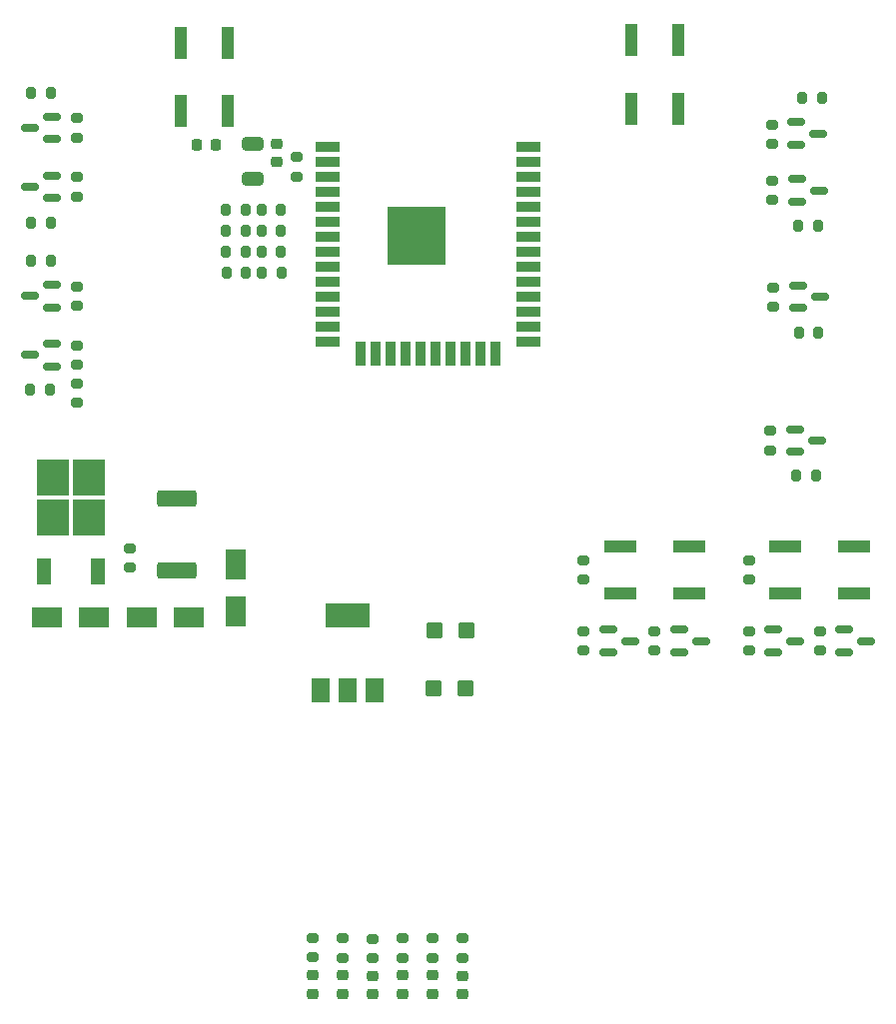
<source format=gtp>
G04 #@! TF.GenerationSoftware,KiCad,Pcbnew,6.0.6-3a73a75311~116~ubuntu22.04.1*
G04 #@! TF.CreationDate,2022-07-02T16:35:34+01:00*
G04 #@! TF.ProjectId,rLab_Door,724c6162-5f44-46f6-9f72-2e6b69636164,rev?*
G04 #@! TF.SameCoordinates,Original*
G04 #@! TF.FileFunction,Paste,Top*
G04 #@! TF.FilePolarity,Positive*
%FSLAX46Y46*%
G04 Gerber Fmt 4.6, Leading zero omitted, Abs format (unit mm)*
G04 Created by KiCad (PCBNEW 6.0.6-3a73a75311~116~ubuntu22.04.1) date 2022-07-02 16:35:34*
%MOMM*%
%LPD*%
G01*
G04 APERTURE LIST*
G04 Aperture macros list*
%AMRoundRect*
0 Rectangle with rounded corners*
0 $1 Rounding radius*
0 $2 $3 $4 $5 $6 $7 $8 $9 X,Y pos of 4 corners*
0 Add a 4 corners polygon primitive as box body*
4,1,4,$2,$3,$4,$5,$6,$7,$8,$9,$2,$3,0*
0 Add four circle primitives for the rounded corners*
1,1,$1+$1,$2,$3*
1,1,$1+$1,$4,$5*
1,1,$1+$1,$6,$7*
1,1,$1+$1,$8,$9*
0 Add four rect primitives between the rounded corners*
20,1,$1+$1,$2,$3,$4,$5,0*
20,1,$1+$1,$4,$5,$6,$7,0*
20,1,$1+$1,$6,$7,$8,$9,0*
20,1,$1+$1,$8,$9,$2,$3,0*%
G04 Aperture macros list end*
%ADD10RoundRect,0.200000X-0.200000X-0.275000X0.200000X-0.275000X0.200000X0.275000X-0.200000X0.275000X0*%
%ADD11RoundRect,0.218750X-0.256250X0.218750X-0.256250X-0.218750X0.256250X-0.218750X0.256250X0.218750X0*%
%ADD12RoundRect,0.200000X0.200000X0.275000X-0.200000X0.275000X-0.200000X-0.275000X0.200000X-0.275000X0*%
%ADD13RoundRect,0.150000X-0.587500X-0.150000X0.587500X-0.150000X0.587500X0.150000X-0.587500X0.150000X0*%
%ADD14RoundRect,0.250000X-0.450000X-0.425000X0.450000X-0.425000X0.450000X0.425000X-0.450000X0.425000X0*%
%ADD15RoundRect,0.200000X0.275000X-0.200000X0.275000X0.200000X-0.275000X0.200000X-0.275000X-0.200000X0*%
%ADD16RoundRect,0.249999X-1.425001X0.450001X-1.425001X-0.450001X1.425001X-0.450001X1.425001X0.450001X0*%
%ADD17RoundRect,0.150000X0.587500X0.150000X-0.587500X0.150000X-0.587500X-0.150000X0.587500X-0.150000X0*%
%ADD18R,1.800000X2.500000*%
%ADD19RoundRect,0.200000X-0.275000X0.200000X-0.275000X-0.200000X0.275000X-0.200000X0.275000X0.200000X0*%
%ADD20RoundRect,0.250000X0.650000X-0.325000X0.650000X0.325000X-0.650000X0.325000X-0.650000X-0.325000X0*%
%ADD21R,2.800000X1.000000*%
%ADD22R,2.750000X3.050000*%
%ADD23R,1.200000X2.200000*%
%ADD24R,2.500000X1.800000*%
%ADD25RoundRect,0.225000X0.225000X0.250000X-0.225000X0.250000X-0.225000X-0.250000X0.225000X-0.250000X0*%
%ADD26R,1.500000X2.000000*%
%ADD27R,3.800000X2.000000*%
%ADD28R,1.000000X2.800000*%
%ADD29R,2.000000X0.900000*%
%ADD30R,0.900000X2.000000*%
%ADD31R,5.000000X5.000000*%
%ADD32RoundRect,0.225000X0.250000X-0.225000X0.250000X0.225000X-0.250000X0.225000X-0.250000X-0.225000X0*%
G04 APERTURE END LIST*
D10*
G04 #@! TO.C,R7*
X82675000Y-67254176D03*
X84325000Y-67254176D03*
G04 #@! TD*
D11*
G04 #@! TO.C,D7*
X99722911Y-130369516D03*
X99722911Y-131944516D03*
G04 #@! TD*
D12*
G04 #@! TO.C,R34*
X64825000Y-66522500D03*
X63175000Y-66522500D03*
G04 #@! TD*
D13*
G04 #@! TO.C,Q3*
X112062500Y-101050000D03*
X112062500Y-102950000D03*
X113937500Y-102000000D03*
G04 #@! TD*
D14*
G04 #@! TO.C,C2*
X97357332Y-101065037D03*
X100057332Y-101065037D03*
G04 #@! TD*
D15*
G04 #@! TO.C,R1*
X67000000Y-81825000D03*
X67000000Y-80175000D03*
G04 #@! TD*
G04 #@! TO.C,R10*
X89574391Y-128838549D03*
X89574391Y-127188549D03*
G04 #@! TD*
D12*
G04 #@! TO.C,R14*
X81353685Y-70768152D03*
X79703685Y-70768152D03*
G04 #@! TD*
D16*
G04 #@! TO.C,R2*
X75500000Y-89900000D03*
X75500000Y-96000000D03*
G04 #@! TD*
D11*
G04 #@! TO.C,D5*
X89580631Y-130347733D03*
X89580631Y-131922733D03*
G04 #@! TD*
D12*
G04 #@! TO.C,R13*
X81335350Y-68980000D03*
X79685350Y-68980000D03*
G04 #@! TD*
D15*
G04 #@! TO.C,R8*
X87000000Y-128825000D03*
X87000000Y-127175000D03*
G04 #@! TD*
D17*
G04 #@! TO.C,Q5*
X64937500Y-73730000D03*
X64937500Y-71830000D03*
X63062500Y-72780000D03*
G04 #@! TD*
D11*
G04 #@! TO.C,D9*
X94641877Y-130355967D03*
X94641877Y-131930967D03*
G04 #@! TD*
D18*
G04 #@! TO.C,D2*
X80500000Y-99500000D03*
X80500000Y-95500000D03*
G04 #@! TD*
D17*
G04 #@! TO.C,Q9*
X64937500Y-64472500D03*
X64937500Y-62572500D03*
X63062500Y-63522500D03*
G04 #@! TD*
D10*
G04 #@! TO.C,R21*
X128237500Y-75850012D03*
X129887500Y-75850012D03*
G04 #@! TD*
D15*
G04 #@! TO.C,R28*
X67000000Y-78605000D03*
X67000000Y-76955000D03*
G04 #@! TD*
D19*
G04 #@! TO.C,R20*
X126062500Y-72025012D03*
X126062500Y-73675012D03*
G04 #@! TD*
D20*
G04 #@! TO.C,C3*
X81940000Y-62820000D03*
X81940000Y-59870000D03*
G04 #@! TD*
D13*
G04 #@! TO.C,Q11*
X128062500Y-62872256D03*
X128062500Y-64772256D03*
X129937500Y-63822256D03*
G04 #@! TD*
D15*
G04 #@! TO.C,R4*
X85620000Y-62645000D03*
X85620000Y-60995000D03*
G04 #@! TD*
D21*
G04 #@! TO.C,SW4*
X127100000Y-94000000D03*
X132900000Y-94000000D03*
X132900000Y-98000000D03*
X127100000Y-98000000D03*
G04 #@! TD*
D22*
G04 #@! TO.C,U2*
X64975000Y-88175000D03*
X68025000Y-91525000D03*
X68025000Y-88175000D03*
X64975000Y-91525000D03*
D23*
X64220000Y-96150000D03*
X68780000Y-96150000D03*
G04 #@! TD*
D13*
G04 #@! TO.C,Q1*
X128125000Y-71900012D03*
X128125000Y-73800012D03*
X130000000Y-72850012D03*
G04 #@! TD*
D15*
G04 #@! TO.C,R12*
X99722911Y-128865648D03*
X99722911Y-127215648D03*
G04 #@! TD*
G04 #@! TO.C,R16*
X92108134Y-128879198D03*
X92108134Y-127229198D03*
G04 #@! TD*
D11*
G04 #@! TO.C,D4*
X87010631Y-130347733D03*
X87010631Y-131922733D03*
G04 #@! TD*
D10*
G04 #@! TO.C,R38*
X128175000Y-66822256D03*
X129825000Y-66822256D03*
G04 #@! TD*
G04 #@! TO.C,R23*
X128005024Y-88000000D03*
X129655024Y-88000000D03*
G04 #@! TD*
D19*
G04 #@! TO.C,R24*
X116000000Y-101175000D03*
X116000000Y-102825000D03*
G04 #@! TD*
D10*
G04 #@! TO.C,R40*
X128545024Y-56000000D03*
X130195024Y-56000000D03*
G04 #@! TD*
D13*
G04 #@! TO.C,Q10*
X132062500Y-101050000D03*
X132062500Y-102950000D03*
X133937500Y-102000000D03*
G04 #@! TD*
D15*
G04 #@! TO.C,R31*
X67000000Y-59347500D03*
X67000000Y-57697500D03*
G04 #@! TD*
D17*
G04 #@! TO.C,Q6*
X64937500Y-78730000D03*
X64937500Y-76830000D03*
X63062500Y-77780000D03*
G04 #@! TD*
D24*
G04 #@! TO.C,D3*
X72500000Y-100000000D03*
X76500000Y-100000000D03*
G04 #@! TD*
D11*
G04 #@! TO.C,D6*
X97202718Y-130355967D03*
X97202718Y-131930967D03*
G04 #@! TD*
D13*
G04 #@! TO.C,Q4*
X118062500Y-101050000D03*
X118062500Y-102950000D03*
X119937500Y-102000000D03*
G04 #@! TD*
D12*
G04 #@! TO.C,R6*
X81335350Y-65500000D03*
X79685350Y-65500000D03*
G04 #@! TD*
D24*
G04 #@! TO.C,D1*
X68500000Y-100000000D03*
X64500000Y-100000000D03*
G04 #@! TD*
D15*
G04 #@! TO.C,R30*
X124000000Y-102825000D03*
X124000000Y-101175000D03*
G04 #@! TD*
D12*
G04 #@! TO.C,R27*
X64825000Y-69780000D03*
X63175000Y-69780000D03*
G04 #@! TD*
D19*
G04 #@! TO.C,R37*
X126000000Y-62997256D03*
X126000000Y-64647256D03*
G04 #@! TD*
G04 #@! TO.C,R36*
X124000000Y-95175000D03*
X124000000Y-96825000D03*
G04 #@! TD*
D15*
G04 #@! TO.C,R18*
X94628327Y-128852099D03*
X94628327Y-127202099D03*
G04 #@! TD*
D13*
G04 #@! TO.C,Q7*
X126062500Y-101050000D03*
X126062500Y-102950000D03*
X127937500Y-102000000D03*
G04 #@! TD*
D25*
G04 #@! TO.C,C5*
X78775000Y-60000000D03*
X77225000Y-60000000D03*
G04 #@! TD*
D15*
G04 #@! TO.C,R3*
X71500000Y-95775000D03*
X71500000Y-94125000D03*
G04 #@! TD*
D19*
G04 #@! TO.C,R35*
X130000000Y-101175000D03*
X130000000Y-102825000D03*
G04 #@! TD*
D11*
G04 #@! TO.C,D8*
X92121683Y-130384250D03*
X92121683Y-131959250D03*
G04 #@! TD*
D19*
G04 #@! TO.C,R39*
X126000000Y-58225000D03*
X126000000Y-59875000D03*
G04 #@! TD*
D26*
G04 #@! TO.C,U3*
X87700000Y-106150000D03*
X90000000Y-106150000D03*
D27*
X90000000Y-99850000D03*
D26*
X92300000Y-106150000D03*
G04 #@! TD*
D28*
G04 #@! TO.C,SW2*
X114000000Y-51100000D03*
X114000000Y-56900000D03*
X118000000Y-56900000D03*
X118000000Y-51100000D03*
G04 #@! TD*
D13*
G04 #@! TO.C,Q2*
X127892524Y-84050000D03*
X127892524Y-85950000D03*
X129767524Y-85000000D03*
G04 #@! TD*
D17*
G04 #@! TO.C,Q8*
X64937500Y-59472500D03*
X64937500Y-57572500D03*
X63062500Y-58522500D03*
G04 #@! TD*
D13*
G04 #@! TO.C,Q12*
X128000000Y-58050000D03*
X128000000Y-59950000D03*
X129875000Y-59000000D03*
G04 #@! TD*
D15*
G04 #@! TO.C,R33*
X67000000Y-64347500D03*
X67000000Y-62697500D03*
G04 #@! TD*
D10*
G04 #@! TO.C,R9*
X82685350Y-65500000D03*
X84335350Y-65500000D03*
G04 #@! TD*
D21*
G04 #@! TO.C,SW3*
X118900000Y-94000000D03*
X113100000Y-94000000D03*
X118900000Y-98000000D03*
X113100000Y-98000000D03*
G04 #@! TD*
D10*
G04 #@! TO.C,R29*
X63060989Y-80726816D03*
X64710989Y-80726816D03*
G04 #@! TD*
D12*
G04 #@! TO.C,R5*
X81325000Y-67254176D03*
X79675000Y-67254176D03*
G04 #@! TD*
G04 #@! TO.C,R32*
X64825000Y-55522500D03*
X63175000Y-55522500D03*
G04 #@! TD*
D29*
G04 #@! TO.C,U4*
X88280000Y-60155000D03*
X88280000Y-61425000D03*
X88280000Y-62695000D03*
X88280000Y-63965000D03*
X88280000Y-65235000D03*
X88280000Y-66505000D03*
X88280000Y-67775000D03*
X88280000Y-69045000D03*
X88280000Y-70315000D03*
X88280000Y-71585000D03*
X88280000Y-72855000D03*
X88280000Y-74125000D03*
X88280000Y-75395000D03*
X88280000Y-76665000D03*
D30*
X91065000Y-77665000D03*
X92335000Y-77665000D03*
X93605000Y-77665000D03*
X94875000Y-77665000D03*
X96145000Y-77665000D03*
X97415000Y-77665000D03*
X98685000Y-77665000D03*
X99955000Y-77665000D03*
X101225000Y-77665000D03*
X102495000Y-77665000D03*
D29*
X105280000Y-76665000D03*
X105280000Y-75395000D03*
X105280000Y-74125000D03*
X105280000Y-72855000D03*
X105280000Y-71585000D03*
X105280000Y-70315000D03*
X105280000Y-69045000D03*
X105280000Y-67775000D03*
X105280000Y-66505000D03*
X105280000Y-65235000D03*
X105280000Y-63965000D03*
X105280000Y-62695000D03*
X105280000Y-61425000D03*
X105280000Y-60155000D03*
D31*
X95780000Y-67655000D03*
G04 #@! TD*
D19*
G04 #@! TO.C,R25*
X110000000Y-95175000D03*
X110000000Y-96825000D03*
G04 #@! TD*
D12*
G04 #@! TO.C,R17*
X84353685Y-70768152D03*
X82703685Y-70768152D03*
G04 #@! TD*
D19*
G04 #@! TO.C,R22*
X125830024Y-84175000D03*
X125830024Y-85825000D03*
G04 #@! TD*
D15*
G04 #@! TO.C,R19*
X110000000Y-102825000D03*
X110000000Y-101175000D03*
G04 #@! TD*
D10*
G04 #@! TO.C,R15*
X82685350Y-69000000D03*
X84335350Y-69000000D03*
G04 #@! TD*
D15*
G04 #@! TO.C,R26*
X67000000Y-73605000D03*
X67000000Y-71955000D03*
G04 #@! TD*
D28*
G04 #@! TO.C,SW1*
X75835000Y-57080000D03*
X75835000Y-51280000D03*
X79835000Y-57080000D03*
X79835000Y-51280000D03*
G04 #@! TD*
D15*
G04 #@! TO.C,R11*
X97202718Y-128852099D03*
X97202718Y-127202099D03*
G04 #@! TD*
D32*
G04 #@! TO.C,C4*
X83940000Y-61395000D03*
X83940000Y-59845000D03*
G04 #@! TD*
D14*
G04 #@! TO.C,C1*
X97300000Y-106000000D03*
X100000000Y-106000000D03*
G04 #@! TD*
M02*

</source>
